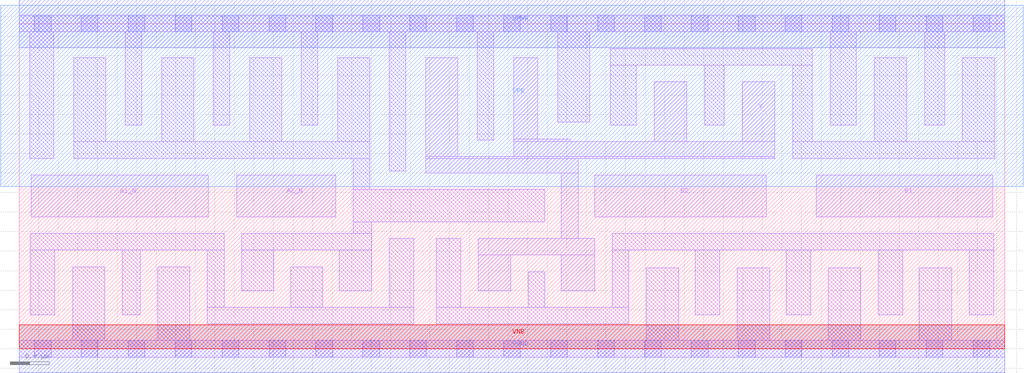
<source format=lef>
# Copyright 2020 The SkyWater PDK Authors
#
# Licensed under the Apache License, Version 2.0 (the "License");
# you may not use this file except in compliance with the License.
# You may obtain a copy of the License at
#
#     https://www.apache.org/licenses/LICENSE-2.0
#
# Unless required by applicable law or agreed to in writing, software
# distributed under the License is distributed on an "AS IS" BASIS,
# WITHOUT WARRANTIES OR CONDITIONS OF ANY KIND, either express or implied.
# See the License for the specific language governing permissions and
# limitations under the License.
#
# SPDX-License-Identifier: Apache-2.0

VERSION 5.7 ;
  NOWIREEXTENSIONATPIN ON ;
  DIVIDERCHAR "/" ;
  BUSBITCHARS "[]" ;
MACRO sky130_fd_sc_hs__o2bb2ai_4
  CLASS CORE ;
  FOREIGN sky130_fd_sc_hs__o2bb2ai_4 ;
  ORIGIN  0.000000  0.000000 ;
  SIZE  10.08000 BY  3.330000 ;
  SYMMETRY X Y ;
  SITE unit ;
  PIN A1_N
    ANTENNAGATEAREA  1.116000 ;
    DIRECTION INPUT ;
    USE SIGNAL ;
    PORT
      LAYER li1 ;
        RECT 0.125000 1.350000 1.935000 1.780000 ;
    END
  END A1_N
  PIN A2_N
    ANTENNAGATEAREA  1.116000 ;
    DIRECTION INPUT ;
    USE SIGNAL ;
    PORT
      LAYER li1 ;
        RECT 2.225000 1.350000 3.235000 1.780000 ;
    END
  END A2_N
  PIN B1
    ANTENNAGATEAREA  1.116000 ;
    DIRECTION INPUT ;
    USE SIGNAL ;
    PORT
      LAYER li1 ;
        RECT 8.150000 1.350000 9.955000 1.780000 ;
    END
  END B1
  PIN B2
    ANTENNAGATEAREA  1.116000 ;
    DIRECTION INPUT ;
    USE SIGNAL ;
    PORT
      LAYER li1 ;
        RECT 5.885000 1.350000 7.640000 1.780000 ;
    END
  END B2
  PIN Y
    ANTENNADIFFAREA  1.758400 ;
    DIRECTION OUTPUT ;
    USE SIGNAL ;
    PORT
      LAYER li1 ;
        RECT 4.155000 1.800000 5.715000 1.950000 ;
        RECT 4.155000 1.950000 7.725000 1.970000 ;
        RECT 4.155000 1.970000 4.485000 2.980000 ;
        RECT 4.695000 0.595000 5.025000 0.960000 ;
        RECT 4.695000 0.960000 5.885000 1.130000 ;
        RECT 5.055000 1.970000 7.725000 2.120000 ;
        RECT 5.055000 2.120000 5.635000 2.150000 ;
        RECT 5.055000 2.150000 5.305000 2.980000 ;
        RECT 5.545000 0.595000 5.885000 0.960000 ;
        RECT 5.545000 1.130000 5.715000 1.800000 ;
        RECT 6.495000 2.120000 6.825000 2.735000 ;
        RECT 7.395000 2.120000 7.725000 2.735000 ;
    END
  END Y
  PIN VGND
    DIRECTION INOUT ;
    USE GROUND ;
    PORT
      LAYER met1 ;
        RECT 0.000000 -0.245000 10.080000 0.245000 ;
    END
  END VGND
  PIN VNB
    DIRECTION INOUT ;
    USE GROUND ;
    PORT
      LAYER pwell ;
        RECT 0.000000 0.000000 10.080000 0.245000 ;
    END
  END VNB
  PIN VPB
    DIRECTION INOUT ;
    USE POWER ;
    PORT
      LAYER nwell ;
        RECT -0.190000 1.660000 10.270000 3.520000 ;
    END
  END VPB
  PIN VPWR
    DIRECTION INOUT ;
    USE POWER ;
    PORT
      LAYER met1 ;
        RECT 0.000000 3.085000 10.080000 3.575000 ;
    END
  END VPWR
  OBS
    LAYER li1 ;
      RECT 0.000000 -0.085000 10.080000 0.085000 ;
      RECT 0.000000  3.245000 10.080000 3.415000 ;
      RECT 0.105000  1.950000  0.355000 3.245000 ;
      RECT 0.115000  0.350000  0.365000 1.010000 ;
      RECT 0.115000  1.010000  2.095000 1.180000 ;
      RECT 0.545000  0.085000  0.875000 0.840000 ;
      RECT 0.555000  1.950000  3.585000 2.120000 ;
      RECT 0.555000  2.120000  0.885000 2.980000 ;
      RECT 1.055000  0.350000  1.235000 1.010000 ;
      RECT 1.085000  2.290000  1.255000 3.245000 ;
      RECT 1.415000  0.085000  1.745000 0.840000 ;
      RECT 1.455000  2.120000  1.785000 2.980000 ;
      RECT 1.925000  0.255000  4.035000 0.425000 ;
      RECT 1.925000  0.425000  2.095000 1.010000 ;
      RECT 1.985000  2.290000  2.155000 3.245000 ;
      RECT 2.275000  0.595000  2.605000 1.010000 ;
      RECT 2.275000  1.010000  3.605000 1.180000 ;
      RECT 2.355000  2.120000  2.685000 2.980000 ;
      RECT 2.775000  0.425000  3.105000 0.840000 ;
      RECT 2.885000  2.290000  3.055000 3.245000 ;
      RECT 3.255000  2.120000  3.585000 2.980000 ;
      RECT 3.275000  0.595000  3.605000 1.010000 ;
      RECT 3.415000  1.180000  3.605000 1.300000 ;
      RECT 3.415000  1.300000  5.375000 1.630000 ;
      RECT 3.415000  1.630000  3.585000 1.950000 ;
      RECT 3.785000  0.425000  4.035000 1.130000 ;
      RECT 3.785000  1.820000  3.955000 3.245000 ;
      RECT 4.265000  0.255000  6.235000 0.425000 ;
      RECT 4.265000  0.425000  4.515000 1.130000 ;
      RECT 4.685000  2.140000  4.855000 3.245000 ;
      RECT 5.205000  0.425000  5.375000 0.790000 ;
      RECT 5.505000  2.320000  5.835000 3.245000 ;
      RECT 6.045000  2.290000  6.310000 2.905000 ;
      RECT 6.045000  2.905000  8.110000 3.075000 ;
      RECT 6.065000  0.425000  6.235000 1.010000 ;
      RECT 6.065000  1.010000  9.965000 1.180000 ;
      RECT 6.415000  0.085000  6.745000 0.830000 ;
      RECT 6.915000  0.350000  7.165000 1.010000 ;
      RECT 7.010000  2.290000  7.210000 2.905000 ;
      RECT 7.345000  0.085000  7.675000 0.830000 ;
      RECT 7.845000  0.350000  8.095000 1.010000 ;
      RECT 7.910000  1.950000  9.975000 2.120000 ;
      RECT 7.910000  2.120000  8.110000 2.905000 ;
      RECT 8.275000  0.085000  8.605000 0.830000 ;
      RECT 8.295000  2.290000  8.560000 3.245000 ;
      RECT 8.745000  2.120000  9.075000 2.980000 ;
      RECT 8.785000  0.350000  9.035000 1.010000 ;
      RECT 9.205000  0.085000  9.535000 0.830000 ;
      RECT 9.260000  2.290000  9.465000 3.245000 ;
      RECT 9.645000  2.120000  9.975000 2.980000 ;
      RECT 9.715000  0.350000  9.965000 1.010000 ;
    LAYER mcon ;
      RECT 0.155000 -0.085000 0.325000 0.085000 ;
      RECT 0.155000  3.245000 0.325000 3.415000 ;
      RECT 0.635000 -0.085000 0.805000 0.085000 ;
      RECT 0.635000  3.245000 0.805000 3.415000 ;
      RECT 1.115000 -0.085000 1.285000 0.085000 ;
      RECT 1.115000  3.245000 1.285000 3.415000 ;
      RECT 1.595000 -0.085000 1.765000 0.085000 ;
      RECT 1.595000  3.245000 1.765000 3.415000 ;
      RECT 2.075000 -0.085000 2.245000 0.085000 ;
      RECT 2.075000  3.245000 2.245000 3.415000 ;
      RECT 2.555000 -0.085000 2.725000 0.085000 ;
      RECT 2.555000  3.245000 2.725000 3.415000 ;
      RECT 3.035000 -0.085000 3.205000 0.085000 ;
      RECT 3.035000  3.245000 3.205000 3.415000 ;
      RECT 3.515000 -0.085000 3.685000 0.085000 ;
      RECT 3.515000  3.245000 3.685000 3.415000 ;
      RECT 3.995000 -0.085000 4.165000 0.085000 ;
      RECT 3.995000  3.245000 4.165000 3.415000 ;
      RECT 4.475000 -0.085000 4.645000 0.085000 ;
      RECT 4.475000  3.245000 4.645000 3.415000 ;
      RECT 4.955000 -0.085000 5.125000 0.085000 ;
      RECT 4.955000  3.245000 5.125000 3.415000 ;
      RECT 5.435000 -0.085000 5.605000 0.085000 ;
      RECT 5.435000  3.245000 5.605000 3.415000 ;
      RECT 5.915000 -0.085000 6.085000 0.085000 ;
      RECT 5.915000  3.245000 6.085000 3.415000 ;
      RECT 6.395000 -0.085000 6.565000 0.085000 ;
      RECT 6.395000  3.245000 6.565000 3.415000 ;
      RECT 6.875000 -0.085000 7.045000 0.085000 ;
      RECT 6.875000  3.245000 7.045000 3.415000 ;
      RECT 7.355000 -0.085000 7.525000 0.085000 ;
      RECT 7.355000  3.245000 7.525000 3.415000 ;
      RECT 7.835000 -0.085000 8.005000 0.085000 ;
      RECT 7.835000  3.245000 8.005000 3.415000 ;
      RECT 8.315000 -0.085000 8.485000 0.085000 ;
      RECT 8.315000  3.245000 8.485000 3.415000 ;
      RECT 8.795000 -0.085000 8.965000 0.085000 ;
      RECT 8.795000  3.245000 8.965000 3.415000 ;
      RECT 9.275000 -0.085000 9.445000 0.085000 ;
      RECT 9.275000  3.245000 9.445000 3.415000 ;
      RECT 9.755000 -0.085000 9.925000 0.085000 ;
      RECT 9.755000  3.245000 9.925000 3.415000 ;
  END
END sky130_fd_sc_hs__o2bb2ai_4
END LIBRARY

</source>
